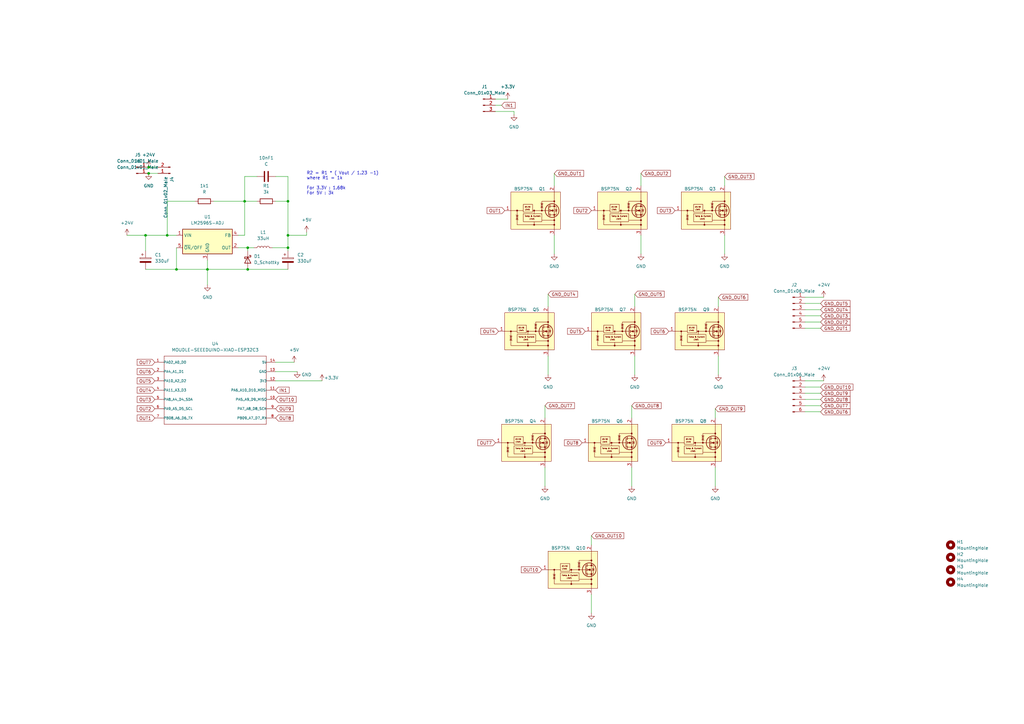
<source format=kicad_sch>
(kicad_sch (version 20211123) (generator eeschema)
  (paper "A3")
  (lib_symbols
    (symbol "Connector:Conn_01x01_Male" (pin_names (offset 1.016) hide)
      (property "Reference" "J" (at 0 2.54 0))
      (property "Value" "Conn_01x01_Male" (at 0 -2.54 0))
      (symbol "Conn_01x01_Male_1_1"
        (polyline (pts (xy 1.27 0) (xy 0.8636 0)) (stroke (width 0.1524)))
        (rectangle (start 0.8636 0.127) (end 0 -0.127) (stroke (width 0.1524)) (fill (type outline)))
        (pin passive line (at 5.08 0 180) (length 3.81) (name "Pin_1") (number "1"))
      )
    )
    (symbol "Connector:Conn_01x02_Male" (pin_names (offset 1.016) hide)
      (property "Reference" "J" (at 0 2.54 0))
      (property "Value" "Conn_01x02_Male" (at 0 -5.08 0))
      (symbol "Conn_01x02_Male_1_1"
        (polyline (pts (xy 1.27 -2.54) (xy 0.8636 -2.54)) (stroke (width 0.1524)))
        (polyline (pts (xy 1.27 0) (xy 0.8636 0)) (stroke (width 0.1524)))
        (rectangle (start 0.8636 -2.413) (end 0 -2.667) (stroke (width 0.1524)) (fill (type outline)))
        (rectangle (start 0.8636 0.127) (end 0 -0.127) (stroke (width 0.1524)) (fill (type outline)))
        (pin passive line (at 5.08 0 180) (length 3.81) (name "Pin_1") (number "1"))
        (pin passive line (at 5.08 -2.54 180) (length 3.81) (name "Pin_2") (number "2"))
      )
    )
    (symbol "Connector:Conn_01x03_Male" (pin_names (offset 1.016) hide)
      (property "Reference" "J" (at 0 5.08 0))
      (property "Value" "Conn_01x03_Male" (at 0 -5.08 0))
      (symbol "Conn_01x03_Male_1_1"
        (polyline (pts (xy 1.27 -2.54) (xy 0.8636 -2.54)) (stroke (width 0.1524)))
        (polyline (pts (xy 1.27 0) (xy 0.8636 0)) (stroke (width 0.1524)))
        (polyline (pts (xy 1.27 2.54) (xy 0.8636 2.54)) (stroke (width 0.1524)))
        (rectangle (start 0.8636 -2.413) (end 0 -2.667) (stroke (width 0.1524)) (fill (type outline)))
        (rectangle (start 0.8636 0.127) (end 0 -0.127) (stroke (width 0.1524)) (fill (type outline)))
        (rectangle (start 0.8636 2.667) (end 0 2.413) (stroke (width 0.1524)) (fill (type outline)))
        (pin passive line (at 5.08 2.54 180) (length 3.81) (name "Pin_1") (number "1"))
        (pin passive line (at 5.08 0 180) (length 3.81) (name "Pin_2") (number "2"))
        (pin passive line (at 5.08 -2.54 180) (length 3.81) (name "Pin_3") (number "3"))
      )
    )
    (symbol "Connector:Conn_01x06_Male" (pin_names (offset 1.016) hide)
      (property "Reference" "J" (at 0 7.62 0))
      (property "Value" "Conn_01x06_Male" (at 0 -10.16 0))
      (symbol "Conn_01x06_Male_1_1"
        (polyline (pts (xy 1.27 -7.62) (xy 0.8636 -7.62)) (stroke (width 0.1524)))
        (polyline (pts (xy 1.27 -5.08) (xy 0.8636 -5.08)) (stroke (width 0.1524)))
        (polyline (pts (xy 1.27 -2.54) (xy 0.8636 -2.54)) (stroke (width 0.1524)))
        (polyline (pts (xy 1.27 0) (xy 0.8636 0)) (stroke (width 0.1524)))
        (polyline (pts (xy 1.27 2.54) (xy 0.8636 2.54)) (stroke (width 0.1524)))
        (polyline (pts (xy 1.27 5.08) (xy 0.8636 5.08)) (stroke (width 0.1524)))
        (rectangle (start 0.8636 -7.493) (end 0 -7.747) (stroke (width 0.1524)) (fill (type outline)))
        (rectangle (start 0.8636 -4.953) (end 0 -5.207) (stroke (width 0.1524)) (fill (type outline)))
        (rectangle (start 0.8636 -2.413) (end 0 -2.667) (stroke (width 0.1524)) (fill (type outline)))
        (rectangle (start 0.8636 0.127) (end 0 -0.127) (stroke (width 0.1524)) (fill (type outline)))
        (rectangle (start 0.8636 2.667) (end 0 2.413) (stroke (width 0.1524)) (fill (type outline)))
        (rectangle (start 0.8636 5.207) (end 0 4.953) (stroke (width 0.1524)) (fill (type outline)))
        (pin passive line (at 5.08 5.08 180) (length 3.81) (name "Pin_1") (number "1"))
        (pin passive line (at 5.08 2.54 180) (length 3.81) (name "Pin_2") (number "2"))
        (pin passive line (at 5.08 0 180) (length 3.81) (name "Pin_3") (number "3"))
        (pin passive line (at 5.08 -2.54 180) (length 3.81) (name "Pin_4") (number "4"))
        (pin passive line (at 5.08 -5.08 180) (length 3.81) (name "Pin_5") (number "5"))
        (pin passive line (at 5.08 -7.62 180) (length 3.81) (name "Pin_6") (number "6"))
      )
    )
    (symbol "Device:C" (pin_numbers hide) (pin_names (offset 0.254))
      (property "Reference" "C" (at 0.635 2.54 0))
      (property "Value" "C" (at 0.635 -2.54 0))
      (symbol "C_0_1"
        (polyline (pts (xy -2.032 -0.762) (xy 2.032 -0.762)) (stroke (width 0.508)))
        (polyline (pts (xy -2.032 0.762) (xy 2.032 0.762)) (stroke (width 0.508)))
      )
      (symbol "C_1_1"
        (pin passive line (at 0 3.81 270) (length 2.794) (name "~") (number "1"))
        (pin passive line (at 0 -3.81 90) (length 2.794) (name "~") (number "2"))
      )
    )
    (symbol "Device:C_Polarized" (pin_numbers hide) (pin_names (offset 0.254))
      (property "Reference" "C" (at 0.635 2.54 0))
      (property "Value" "C_Polarized" (at 0.635 -2.54 0))
      (symbol "C_Polarized_0_1"
        (rectangle (start -2.286 0.508) (end 2.286 1.016))
        (polyline (pts (xy -1.778 2.286) (xy -0.762 2.286)))
        (polyline (pts (xy -1.27 2.794) (xy -1.27 1.778)))
        (rectangle (start 2.286 -0.508) (end -2.286 -1.016) (fill (type outline)))
      )
      (symbol "C_Polarized_1_1"
        (pin passive line (at 0 3.81 270) (length 2.794) (name "~") (number "1"))
        (pin passive line (at 0 -3.81 90) (length 2.794) (name "~") (number "2"))
      )
    )
    (symbol "Device:D_Schottky" (pin_numbers hide) (pin_names (offset 1.016) hide)
      (property "Reference" "D" (at 0 2.54 0))
      (property "Value" "D_Schottky" (at 0 -2.54 0))
      (symbol "D_Schottky_0_1"
        (polyline (pts (xy 1.27 0) (xy -1.27 0)))
        (polyline (pts (xy 1.27 1.27) (xy 1.27 -1.27) (xy -1.27 0) (xy 1.27 1.27)) (stroke (width 0.254)))
        (polyline (pts (xy -1.905 0.635) (xy -1.905 1.27) (xy -1.27 1.27) (xy -1.27 -1.27) (xy -0.635 -1.27) (xy -0.635 -0.635)) (stroke (width 0.254)))
      )
      (symbol "D_Schottky_1_1"
        (pin passive line (at -3.81 0 0) (length 2.54) (name "K") (number "1"))
        (pin passive line (at 3.81 0 180) (length 2.54) (name "A") (number "2"))
      )
    )
    (symbol "Device:L" (pin_numbers hide) (pin_names (offset 1.016) hide)
      (property "Reference" "L" (at -1.27 0 90))
      (property "Value" "L" (at 1.905 0 90))
      (symbol "L_0_1"
        (arc (start 0 -2.54) (mid 0.635 -1.905) (end 0 -1.27))
        (arc (start 0 -1.27) (mid 0.635 -0.635) (end 0 0))
        (arc (start 0 0) (mid 0.635 0.635) (end 0 1.27))
        (arc (start 0 1.27) (mid 0.635 1.905) (end 0 2.54))
      )
      (symbol "L_1_1"
        (pin passive line (at 0 3.81 270) (length 1.27) (name "1") (number "1"))
        (pin passive line (at 0 -3.81 90) (length 1.27) (name "2") (number "2"))
      )
    )
    (symbol "Device:R" (pin_numbers hide) (pin_names (offset 0))
      (property "Reference" "R" (at 2.032 0 90))
      (property "Value" "R" (at 0 0 90))
      (symbol "R_0_1"
        (rectangle (start -1.016 -2.54) (end 1.016 2.54) (stroke (width 0.254)))
      )
      (symbol "R_1_1"
        (pin passive line (at 0 3.81 270) (length 1.27) (name "~") (number "1"))
        (pin passive line (at 0 -3.81 90) (length 1.27) (name "~") (number "2"))
      )
    )
    (symbol "Driver_FET:BSP75N" (pin_names (offset 0) hide)
      (property "Reference" "Q" (at 5.08 8.89 0))
      (property "Value" "BSP75N" (at -10.16 8.89 0))
      (symbol "BSP75N_0_0"
        (rectangle (start -10.16 7.62) (end 10.16 -7.62) (fill (type background)))
        (polyline (pts (xy 7.62 2.54) (xy 7.62 -7.62)))
        (polyline (pts (xy 7.62 2.54) (xy 7.62 7.62)))
        (polyline (pts (xy -0.635 -1.27) (xy -0.635 -0.635) (xy -0.635 0)))
        (polyline (pts (xy 2.54 0) (xy 2.54 3.81) (xy 7.62 3.81)))
        (polyline (pts (xy 7.62 -5.842) (xy -0.635 -5.842) (xy -0.635 -4.572)))
        (polyline (pts (xy -0.635 -5.842) (xy -7.62 -5.842) (xy -7.62 0) (xy -5.08 0)))
        (text "Limit" (at -1.524 -3.429 0) (effects (font (size 0.5334 0.5334))))
        (text "Temp & Current" (at -1.27 -2.286 0) (effects (font (size 0.5334 0.5334))))
      )
      (symbol "BSP75N_0_1"
        (rectangle (start -5.08 -1.27) (end 2.54 -4.572))
        (polyline (pts (xy -7.62 0) (xy -10.16 0)))
        (polyline (pts (xy 7.62 -3.937) (xy 2.667 -3.937)))
      )
      (symbol "BSP75N_1_1"
        (circle (center -7.62 0) (radius 0.2794) (fill (type outline)))
        (rectangle (start -5.08 2.54) (end -1.27 -0.635))
        (circle (center -0.635 -5.842) (radius 0.2794) (fill (type outline)))
        (circle (center -0.635 0) (radius 0.2794) (fill (type outline)))
        (polyline (pts (xy 2.54 0) (xy -1.27 0)))
        (polyline (pts (xy 2.54 0) (xy 5.334 0)))
        (polyline (pts (xy 5.842 -1.778) (xy 7.62 -1.778)))
        (polyline (pts (xy 5.842 -1.27) (xy 5.842 -2.286)) (stroke (width 0.254)))
        (polyline (pts (xy 5.842 0) (xy 7.62 0)))
        (polyline (pts (xy 5.842 0.508) (xy 5.842 -0.508)) (stroke (width 0.254)))
        (polyline (pts (xy 5.842 1.778) (xy 7.62 1.778)))
        (polyline (pts (xy 5.842 2.286) (xy 5.842 1.27)) (stroke (width 0.254)))
        (polyline (pts (xy 7.62 -1.778) (xy 7.62 -2.54)))
        (polyline (pts (xy 7.62 -1.778) (xy 7.62 0)))
        (polyline (pts (xy 7.62 2.54) (xy 7.62 1.778)))
        (polyline (pts (xy 5.334 1.905) (xy 5.334 -1.905) (xy 5.334 -1.905)) (stroke (width 0.254)))
        (polyline (pts (xy -8.128 -1.778) (xy -8.001 -1.905) (xy -7.239 -1.905) (xy -7.112 -2.032)))
        (polyline (pts (xy -7.62 -3.683) (xy -7.239 -3.048) (xy -8.001 -3.048) (xy -7.62 -3.683)))
        (polyline (pts (xy -7.62 -1.905) (xy -8.001 -2.54) (xy -7.239 -2.54) (xy -7.62 -1.905)))
        (polyline (pts (xy -7.112 -3.81) (xy -7.239 -3.683) (xy -8.001 -3.683) (xy -8.128 -3.556)))
        (polyline (pts (xy 2.032 3.048) (xy 2.159 2.921) (xy 2.921 2.921) (xy 3.048 2.794)))
        (polyline (pts (xy 2.54 1.143) (xy 2.921 1.778) (xy 2.159 1.778) (xy 2.54 1.143)))
        (polyline (pts (xy 2.54 2.921) (xy 2.159 2.286) (xy 2.921 2.286) (xy 2.54 2.921)))
        (polyline (pts (xy 3.048 1.016) (xy 2.921 1.143) (xy 2.159 1.143) (xy 2.032 1.27)))
        (polyline (pts (xy 6.096 0) (xy 7.112 0.381) (xy 7.112 -0.381) (xy 6.096 0)) (fill (type outline)))
        (polyline (pts (xy 7.62 -1.778) (xy 8.382 -1.778) (xy 8.382 1.778) (xy 7.62 1.778)))
        (polyline (pts (xy 7.874 0.508) (xy 8.001 0.381) (xy 8.763 0.381) (xy 8.89 0.254)))
        (polyline (pts (xy 8.382 0.381) (xy 8.001 -0.254) (xy 8.763 -0.254) (xy 8.382 0.381)))
        (circle (center 2.54 0) (radius 0.2794) (fill (type outline)))
        (circle (center 6.731 0) (radius 2.8194) (stroke (width 0.254)))
        (circle (center 7.62 -5.842) (radius 0.2794) (fill (type outline)))
        (circle (center 7.62 -3.937) (radius 0.2794) (fill (type outline)))
        (circle (center 7.62 -1.778) (radius 0.2794) (fill (type outline)))
        (circle (center 7.62 1.778) (radius 0.2794) (fill (type outline)))
        (circle (center 7.62 3.81) (radius 0.2794) (fill (type outline)))
        (text "dV/dt" (at -3.302 1.524 0) (effects (font (size 0.5334 0.5334))))
        (text "Limit" (at -3.429 0.381 0) (effects (font (size 0.5334 0.5334))))
        (pin input line (at -12.7 0 0) (length 2.54) (name "G") (number "1"))
        (pin passive line (at 7.62 10.16 270) (length 2.54) (name "D") (number "2"))
        (pin passive line (at 7.62 -10.16 90) (length 2.54) (name "S") (number "3"))
        (pin passive line (at 7.62 -10.16 90) (length 2.54) hide (name "S") (number "4"))
      )
    )
    (symbol "Mechanical:MountingHole" (pin_names (offset 1.016))
      (property "Reference" "H" (at 0 5.08 0))
      (property "Value" "MountingHole" (at 0 3.175 0))
      (symbol "MountingHole_0_1"
        (circle (center 0 0) (radius 1.27) (stroke (width 1.27)))
      )
    )
    (symbol "Project:MOUDLE-SEEEDUINO-XIAO-ESP32C3" (pin_names (offset 1.016))
      (property "Reference" "U" (at -21.59 15.24 0))
      (property "Value" "MOUDLE-SEEEDUINO-XIAO-ESP32C3" (at -21.59 13.97 0))
      (symbol "MOUDLE-SEEEDUINO-XIAO-ESP32C3_0_0"
        (polyline (pts (xy -21.59 -13.97) (xy -21.59 0)) (stroke (width 0.1524)))
        (polyline (pts (xy -21.59 -11.43) (xy -22.86 -11.43)) (stroke (width 0.1524)))
        (polyline (pts (xy -21.59 -7.62) (xy -22.86 -7.62)) (stroke (width 0.1524)))
        (polyline (pts (xy -21.59 -3.81) (xy -22.86 -3.81)) (stroke (width 0.1524)))
        (polyline (pts (xy -21.59 0) (xy -22.86 0)) (stroke (width 0.1524)))
        (polyline (pts (xy -21.59 0) (xy -21.59 3.81)) (stroke (width 0.1524)))
        (polyline (pts (xy -21.59 3.81) (xy -22.86 3.81)) (stroke (width 0.1524)))
        (polyline (pts (xy -21.59 3.81) (xy -21.59 7.62)) (stroke (width 0.1524)))
        (polyline (pts (xy -21.59 7.62) (xy -22.86 7.62)) (stroke (width 0.1524)))
        (polyline (pts (xy -21.59 7.62) (xy -21.59 11.43)) (stroke (width 0.1524)))
        (polyline (pts (xy -21.59 11.43) (xy -22.86 11.43)) (stroke (width 0.1524)))
        (polyline (pts (xy -21.59 11.43) (xy -21.59 13.97)) (stroke (width 0.1524)))
        (polyline (pts (xy -21.59 13.97) (xy 20.32 13.97)) (stroke (width 0.1524)))
        (polyline (pts (xy 20.32 -13.97) (xy -21.59 -13.97)) (stroke (width 0.1524)))
        (polyline (pts (xy 20.32 3.81) (xy 20.32 -13.97)) (stroke (width 0.1524)))
        (polyline (pts (xy 20.32 7.62) (xy 20.32 3.81)) (stroke (width 0.1524)))
        (polyline (pts (xy 20.32 11.43) (xy 20.32 7.62)) (stroke (width 0.1524)))
        (polyline (pts (xy 20.32 13.97) (xy 20.32 11.43)) (stroke (width 0.1524)))
        (polyline (pts (xy 21.59 -11.43) (xy 20.32 -11.43)) (stroke (width 0.1524)))
        (polyline (pts (xy 21.59 -7.62) (xy 20.32 -7.62)) (stroke (width 0.1524)))
        (polyline (pts (xy 21.59 -3.81) (xy 20.32 -3.81)) (stroke (width 0.1524)))
        (polyline (pts (xy 21.59 0) (xy 20.32 0)) (stroke (width 0.1524)))
        (polyline (pts (xy 21.59 3.81) (xy 20.32 3.81)) (stroke (width 0.1524)))
        (polyline (pts (xy 21.59 7.62) (xy 20.32 7.62)) (stroke (width 0.1524)))
        (polyline (pts (xy 21.59 11.43) (xy 20.32 11.43)) (stroke (width 0.1524)))
        (pin bidirectional line (at -25.4 11.43 0) (length 2.54) (name "PA02_A0_D0") (number "1"))
        (pin bidirectional line (at 24.13 -3.81 180) (length 2.54) (name "PA5_A9_D9_MISO") (number "10"))
        (pin bidirectional line (at 24.13 0 180) (length 2.54) (name "PA6_A10_D10_MOSI") (number "11"))
        (pin bidirectional line (at 24.13 3.81 180) (length 2.54) (name "3V3") (number "12"))
        (pin bidirectional line (at 24.13 7.62 180) (length 2.54) (name "GND") (number "13"))
        (pin bidirectional line (at 24.13 11.43 180) (length 2.54) (name "5V") (number "14"))
        (pin bidirectional line (at -25.4 7.62 0) (length 2.54) (name "PA4_A1_D1") (number "2"))
        (pin bidirectional line (at -25.4 3.81 0) (length 2.54) (name "PA10_A2_D2") (number "3"))
        (pin bidirectional line (at -25.4 0 0) (length 2.54) (name "PA11_A3_D3") (number "4"))
        (pin bidirectional line (at -25.4 -3.81 0) (length 2.54) (name "PA8_A4_D4_SDA") (number "5"))
        (pin bidirectional line (at -25.4 -7.62 0) (length 2.54) (name "PA9_A5_D5_SCL") (number "6"))
        (pin bidirectional line (at -25.4 -11.43 0) (length 2.54) (name "PB08_A6_D6_TX") (number "7"))
        (pin bidirectional line (at 24.13 -11.43 180) (length 2.54) (name "PB09_A7_D7_RX") (number "8"))
        (pin bidirectional line (at 24.13 -7.62 180) (length 2.54) (name "PA7_A8_D8_SCK") (number "9"))
      )
    )
    (symbol "Regulator_Switching:LM2596S-ADJ"
      (property "Reference" "U" (at -10.16 6.35 0))
      (property "Value" "LM2596S-ADJ" (at 0 6.35 0))
      (symbol "LM2596S-ADJ_0_1"
        (rectangle (start -10.16 5.08) (end 10.16 -5.08) (stroke (width 0.254)) (fill (type background)))
      )
      (symbol "LM2596S-ADJ_1_1"
        (pin power_in line (at -12.7 2.54 0) (length 2.54) (name "VIN") (number "1"))
        (pin output line (at 12.7 -2.54 180) (length 2.54) (name "OUT") (number "2"))
        (pin power_in line (at 0 -7.62 90) (length 2.54) (name "GND") (number "3"))
        (pin input line (at 12.7 2.54 180) (length 2.54) (name "FB") (number "4"))
        (pin input line (at -12.7 -2.54 0) (length 2.54) (name "~{ON}/OFF") (number "5"))
      )
    )
    (symbol "power:+24V" (power) (pin_names (offset 0))
      (property "Value" "+24V" (at 0 3.556 0))
      (symbol "+24V_0_1"
        (polyline (pts (xy -0.762 1.27) (xy 0 2.54)))
        (polyline (pts (xy 0 0) (xy 0 2.54)))
        (polyline (pts (xy 0 2.54) (xy 0.762 1.27)))
      )
      (symbol "+24V_1_1"
        (pin power_in line (at 0 0 90) (length 0) hide (name "+24V") (number "1"))
      )
    )
    (symbol "power:+3.3V" (power) (pin_names (offset 0))
      (property "Value" "+3.3V" (at 0 3.556 0))
      (symbol "+3.3V_0_1"
        (polyline (pts (xy -0.762 1.27) (xy 0 2.54)))
        (polyline (pts (xy 0 0) (xy 0 2.54)))
        (polyline (pts (xy 0 2.54) (xy 0.762 1.27)))
      )
      (symbol "+3.3V_1_1"
        (pin power_in line (at 0 0 90) (length 0) hide (name "+3.3V") (number "1"))
      )
    )
    (symbol "power:+5V" (power) (pin_names (offset 0))
      (property "Value" "+5V" (at 0 3.556 0))
      (symbol "+5V_0_1"
        (polyline (pts (xy -0.762 1.27) (xy 0 2.54)))
        (polyline (pts (xy 0 0) (xy 0 2.54)))
        (polyline (pts (xy 0 2.54) (xy 0.762 1.27)))
      )
      (symbol "+5V_1_1"
        (pin power_in line (at 0 0 90) (length 0) hide (name "+5V") (number "1"))
      )
    )
    (symbol "power:GND" (power) (pin_names (offset 0))
      (property "Value" "GND" (at 0 -3.81 0))
      (symbol "GND_0_1"
        (polyline (pts (xy 0 0) (xy 0 -1.27) (xy 1.27 -1.27) (xy 0 -2.54) (xy -1.27 -1.27) (xy 0 -1.27)))
      )
      (symbol "GND_1_1"
        (pin power_in line (at 0 0 270) (length 0) hide (name "GND") (number "1"))
      )
    )
  )
  (junction (at 118.11 96.52))
  (junction (at 59.69 96.52))
  (junction (at 60.96 68.58))
  (junction (at 68.58 96.52))
  (junction (at 101.6 110.49))
  (junction (at 85.09 110.49))
  (junction (at 72.39 110.49))
  (junction (at 118.11 101.6))
  (junction (at 118.11 82.55))
  (junction (at 60.96 71.12))
  (junction (at 100.33 82.55))
  (junction (at 101.6 101.6))
  (wire (pts (xy 105.41 72.39) (xy 100.33 72.39)))
  (wire (pts (xy 203.2 45.72) (xy 210.82 45.72)))
  (wire (pts (xy 224.79 120.65) (xy 224.79 125.73)))
  (wire (pts (xy 118.11 82.55) (xy 118.11 96.52)))
  (wire (pts (xy 113.03 82.55) (xy 118.11 82.55)))
  (wire (pts (xy 68.58 82.55) (xy 80.01 82.55)))
  (wire (pts (xy 72.39 101.6) (xy 72.39 110.49)))
  (wire (pts (xy 203.2 43.18) (xy 205.74 43.18)))
  (wire (pts (xy 101.6 110.49) (xy 118.11 110.49)))
  (wire (pts (xy 118.11 72.39) (xy 118.11 82.55)))
  (wire (pts (xy 330.2 129.54) (xy 336.55 129.54)))
  (wire (pts (xy 111.76 101.6) (xy 118.11 101.6)))
  (wire (pts (xy 118.11 101.6) (xy 118.11 102.87)))
  (wire (pts (xy 113.03 156.21) (xy 132.08 156.21)))
  (wire (pts (xy 85.09 110.49) (xy 101.6 110.49)))
  (wire (pts (xy 294.64 146.05) (xy 294.64 153.67)))
  (wire (pts (xy 118.11 96.52) (xy 125.73 96.52)))
  (wire (pts (xy 223.52 191.77) (xy 223.52 199.39)))
  (wire (pts (xy 87.63 82.55) (xy 100.33 82.55)))
  (wire (pts (xy 259.08 191.77) (xy 259.08 199.39)))
  (wire (pts (xy 330.2 163.83) (xy 336.55 163.83)))
  (wire (pts (xy 59.69 96.52) (xy 68.58 96.52)))
  (wire (pts (xy 85.09 110.49) (xy 85.09 116.84)))
  (wire (pts (xy 330.2 166.37) (xy 336.55 166.37)))
  (wire (pts (xy 330.2 158.75) (xy 336.55 158.75)))
  (wire (pts (xy 297.18 72.39) (xy 297.18 76.2)))
  (wire (pts (xy 330.2 127) (xy 336.55 127)))
  (wire (pts (xy 330.2 161.29) (xy 336.55 161.29)))
  (wire (pts (xy 223.52 166.37) (xy 223.52 171.45)))
  (wire (pts (xy 59.69 110.49) (xy 72.39 110.49)))
  (wire (pts (xy 242.57 243.84) (xy 242.57 251.46)))
  (wire (pts (xy 59.69 102.87) (xy 59.69 96.52)))
  (wire (pts (xy 210.82 45.72) (xy 210.82 46.99)))
  (wire (pts (xy 118.11 96.52) (xy 118.11 101.6)))
  (wire (pts (xy 260.35 120.65) (xy 260.35 125.73)))
  (wire (pts (xy 85.09 110.49) (xy 85.09 106.68)))
  (wire (pts (xy 113.03 72.39) (xy 118.11 72.39)))
  (wire (pts (xy 72.39 110.49) (xy 85.09 110.49)))
  (wire (pts (xy 203.2 40.64) (xy 208.28 40.64)))
  (wire (pts (xy 101.6 101.6) (xy 101.6 102.87)))
  (wire (pts (xy 101.6 101.6) (xy 104.14 101.6)))
  (wire (pts (xy 293.37 167.64) (xy 293.37 171.45)))
  (wire (pts (xy 100.33 72.39) (xy 100.33 82.55)))
  (wire (pts (xy 100.33 82.55) (xy 100.33 96.52)))
  (wire (pts (xy 330.2 168.91) (xy 336.55 168.91)))
  (wire (pts (xy 60.96 71.12) (xy 64.77 71.12)))
  (wire (pts (xy 227.33 96.52) (xy 227.33 104.14)))
  (wire (pts (xy 100.33 82.55) (xy 105.41 82.55)))
  (wire (pts (xy 125.73 96.52) (xy 125.73 95.25)))
  (wire (pts (xy 113.03 148.59) (xy 120.65 148.59)))
  (wire (pts (xy 262.89 71.12) (xy 262.89 76.2)))
  (wire (pts (xy 297.18 96.52) (xy 297.18 104.14)))
  (wire (pts (xy 97.79 101.6) (xy 101.6 101.6)))
  (wire (pts (xy 113.03 152.4) (xy 121.92 152.4)))
  (wire (pts (xy 330.2 124.46) (xy 336.55 124.46)))
  (wire (pts (xy 259.08 166.37) (xy 259.08 171.45)))
  (wire (pts (xy 68.58 96.52) (xy 68.58 82.55)))
  (wire (pts (xy 52.07 96.52) (xy 59.69 96.52)))
  (wire (pts (xy 68.58 96.52) (xy 72.39 96.52)))
  (wire (pts (xy 262.89 96.52) (xy 262.89 104.14)))
  (wire (pts (xy 97.79 96.52) (xy 100.33 96.52)))
  (wire (pts (xy 224.79 146.05) (xy 224.79 153.67)))
  (wire (pts (xy 227.33 71.12) (xy 227.33 76.2)))
  (wire (pts (xy 242.57 219.71) (xy 242.57 223.52)))
  (wire (pts (xy 294.64 121.92) (xy 294.64 125.73)))
  (wire (pts (xy 260.35 146.05) (xy 260.35 153.67)))
  (wire (pts (xy 60.96 68.58) (xy 64.77 68.58)))
  (wire (pts (xy 330.2 156.21) (xy 337.82 156.21)))
  (wire (pts (xy 293.37 191.77) (xy 293.37 199.39)))
  (wire (pts (xy 330.2 132.08) (xy 336.55 132.08)))
  (wire (pts (xy 330.2 134.62) (xy 336.55 134.62)))
  (wire (pts (xy 330.2 121.92) (xy 337.82 121.92)))
  (text "R2 = R1 * ( Vout / 1.23 -1)\nwhere R1 = 1k\n\nFor 3.3V : 1.68k\nFor 5V : 3k" (at 125.73 80.01 0) (effects (font (size 1.27 1.27)) (justify left bottom)))
  (global_label "OUT8" (shape input) (at 113.03 171.45 0) (property "Intersheet References" "${INTERSHEET_REFS}" (effects hide)))
  (global_label "OUT5" (shape input) (at 63.5 156.21 180) (property "Intersheet References" "${INTERSHEET_REFS}" (effects hide)))
  (global_label "OUT4" (shape input) (at 204.47 135.89 180) (property "Intersheet References" "${INTERSHEET_REFS}" (effects hide)))
  (global_label "GND_OUT2" (shape input) (at 336.55 132.08 0) (property "Intersheet References" "${INTERSHEET_REFS}" (effects hide)))
  (global_label "OUT2" (shape input) (at 242.57 86.36 180) (property "Intersheet References" "${INTERSHEET_REFS}" (effects hide)))
  (global_label "OUT3" (shape input) (at 63.5 163.83 180) (property "Intersheet References" "${INTERSHEET_REFS}" (effects hide)))
  (global_label "OUT10" (shape input) (at 222.25 233.68 180) (property "Intersheet References" "${INTERSHEET_REFS}" (effects hide)))
  (global_label "GND_OUT10" (shape input) (at 242.57 219.71 0) (property "Intersheet References" "${INTERSHEET_REFS}" (effects hide)))
  (global_label "OUT7" (shape input) (at 63.5 148.59 180) (property "Intersheet References" "${INTERSHEET_REFS}" (effects hide)))
  (global_label "OUT6" (shape input) (at 63.5 152.4 180) (property "Intersheet References" "${INTERSHEET_REFS}" (effects hide)))
  (global_label "GND_OUT10" (shape input) (at 336.55 158.75 0) (property "Intersheet References" "${INTERSHEET_REFS}" (effects hide)))
  (global_label "OUT2" (shape input) (at 63.5 167.64 180) (property "Intersheet References" "${INTERSHEET_REFS}" (effects hide)))
  (global_label "OUT1" (shape input) (at 63.5 171.45 180) (property "Intersheet References" "${INTERSHEET_REFS}" (effects hide)))
  (global_label "GND_OUT2" (shape input) (at 262.89 71.12 0) (property "Intersheet References" "${INTERSHEET_REFS}" (effects hide)))
  (global_label "GND_OUT8" (shape input) (at 259.08 166.37 0) (property "Intersheet References" "${INTERSHEET_REFS}" (effects hide)))
  (global_label "GND_OUT3" (shape input) (at 336.55 129.54 0) (property "Intersheet References" "${INTERSHEET_REFS}" (effects hide)))
  (global_label "GND_OUT1" (shape input) (at 227.33 71.12 0) (property "Intersheet References" "${INTERSHEET_REFS}" (effects hide)))
  (global_label "GND_OUT5" (shape input) (at 260.35 120.65 0) (property "Intersheet References" "${INTERSHEET_REFS}" (effects hide)))
  (global_label "OUT1" (shape input) (at 207.01 86.36 180) (property "Intersheet References" "${INTERSHEET_REFS}" (effects hide)))
  (global_label "GND_OUT7" (shape input) (at 223.52 166.37 0) (property "Intersheet References" "${INTERSHEET_REFS}" (effects hide)))
  (global_label "GND_OUT9" (shape input) (at 293.37 167.64 0) (property "Intersheet References" "${INTERSHEET_REFS}" (effects hide)))
  (global_label "OUT8" (shape input) (at 238.76 181.61 180) (property "Intersheet References" "${INTERSHEET_REFS}" (effects hide)))
  (global_label "OUT7" (shape input) (at 203.2 181.61 180) (property "Intersheet References" "${INTERSHEET_REFS}" (effects hide)))
  (global_label "OUT3" (shape input) (at 276.86 86.36 180) (property "Intersheet References" "${INTERSHEET_REFS}" (effects hide)))
  (global_label "OUT5" (shape input) (at 240.03 135.89 180) (property "Intersheet References" "${INTERSHEET_REFS}" (effects hide)))
  (global_label "IN1" (shape input) (at 113.03 160.02 0) (property "Intersheet References" "${INTERSHEET_REFS}" (effects hide)))
  (global_label "GND_OUT3" (shape input) (at 297.18 72.39 0) (property "Intersheet References" "${INTERSHEET_REFS}" (effects hide)))
  (global_label "GND_OUT1" (shape input) (at 336.55 134.62 0) (property "Intersheet References" "${INTERSHEET_REFS}" (effects hide)))
  (global_label "OUT9" (shape input) (at 273.05 181.61 180) (property "Intersheet References" "${INTERSHEET_REFS}" (effects hide)))
  (global_label "GND_OUT5" (shape input) (at 336.55 124.46 0) (property "Intersheet References" "${INTERSHEET_REFS}" (effects hide)))
  (global_label "IN1" (shape input) (at 205.74 43.18 0) (property "Intersheet References" "${INTERSHEET_REFS}" (effects hide)))
  (global_label "GND_OUT7" (shape input) (at 336.55 166.37 0) (property "Intersheet References" "${INTERSHEET_REFS}" (effects hide)))
  (global_label "GND_OUT6" (shape input) (at 336.55 168.91 0) (property "Intersheet References" "${INTERSHEET_REFS}" (effects hide)))
  (global_label "GND_OUT8" (shape input) (at 336.55 163.83 0) (property "Intersheet References" "${INTERSHEET_REFS}" (effects hide)))
  (global_label "OUT9" (shape input) (at 113.03 167.64 0) (property "Intersheet References" "${INTERSHEET_REFS}" (effects hide)))
  (global_label "OUT6" (shape input) (at 274.32 135.89 180) (property "Intersheet References" "${INTERSHEET_REFS}" (effects hide)))
  (global_label "OUT10" (shape input) (at 113.03 163.83 0) (property "Intersheet References" "${INTERSHEET_REFS}" (effects hide)))
  (global_label "GND_OUT6" (shape input) (at 294.64 121.92 0) (property "Intersheet References" "${INTERSHEET_REFS}" (effects hide)))
  (global_label "GND_OUT4" (shape input) (at 336.55 127 0) (property "Intersheet References" "${INTERSHEET_REFS}" (effects hide)))
  (global_label "OUT4" (shape input) (at 63.5 160.02 180) (property "Intersheet References" "${INTERSHEET_REFS}" (effects hide)))
  (global_label "GND_OUT9" (shape input) (at 336.55 161.29 0) (property "Intersheet References" "${INTERSHEET_REFS}" (effects hide)))
  (global_label "GND_OUT4" (shape input) (at 224.79 120.65 0) (property "Intersheet References" "${INTERSHEET_REFS}" (effects hide)))
  (symbol (lib_id "Device:L") (at 107.95 101.6 90) (unit 1)
    (property "Reference" "L1" (at 107.95 95.25 90))
    (property "Value" "33uH" (at 107.95 97.79 90))
    (property "Footprint" "Capacitor_SMD:CP_Elec_8x6.7" (effects hide))
  )
  (symbol (lib_id "Driver_FET:BSP75N") (at 217.17 135.89 0) (unit 1)
    (property "Reference" "Q5" (at 218.44 127 0) (effects (justify left)))
    (property "Value" "BSP75N" (at 208.28 127 0) (effects (justify left)))
    (property "Footprint" "Package_TO_SOT_SMD:SOT-223" (effects hide))
    (property "Datasheet" "https://www.infineon.com/dgdl/Infineon-BSP75N-DS-v01_04-en.pdf?fileId=db3a30431ed1d7b2011f471f5a0256d1" (effects hide))
  )
  (symbol (lib_id "Project:MOUDLE-SEEEDUINO-XIAO-ESP32C3") (at 88.9 160.02 0) (unit 1)
    (property "Reference" "U4" (at 88.265 140.97 0))
    (property "Value" "MOUDLE-SEEEDUINO-XIAO-ESP32C3" (at 88.265 143.51 0))
    (property "Footprint" "Project_custom:MOUDLE14P-SMD-2.54-21X17.8MM" (effects hide))
  )
  (symbol (lib_id "Driver_FET:BSP75N") (at 252.73 135.89 0) (unit 1)
    (property "Reference" "Q7" (at 254 127 0) (effects (justify left)))
    (property "Value" "BSP75N" (at 243.84 127 0) (effects (justify left)))
    (property "Footprint" "Package_TO_SOT_SMD:SOT-223" (effects hide))
    (property "Datasheet" "https://www.infineon.com/dgdl/Infineon-BSP75N-DS-v01_04-en.pdf?fileId=db3a30431ed1d7b2011f471f5a0256d1" (effects hide))
  )
  (symbol (lib_id "Driver_FET:BSP75N") (at 234.95 233.68 0) (unit 1)
    (property "Reference" "Q10" (at 236.22 224.79 0) (effects (justify left)))
    (property "Value" "BSP75N" (at 226.06 224.79 0) (effects (justify left)))
    (property "Footprint" "Package_TO_SOT_SMD:SOT-223" (effects hide))
    (property "Datasheet" "https://www.infineon.com/dgdl/Infineon-BSP75N-DS-v01_04-en.pdf?fileId=db3a30431ed1d7b2011f471f5a0256d1" (effects hide))
  )
  (symbol (lib_id "power:GND") (at 85.09 116.84 0) (unit 1)
    (property "Reference" "#PWR0109" (effects hide))
    (property "Value" "GND" (at 85.09 121.92 0))
  )
  (symbol (lib_id "Connector:Conn_01x06_Male") (at 325.12 127 0) (unit 1)
    (property "Reference" "J2" (at 325.755 116.84 0))
    (property "Value" "Conn_01x06_Male" (at 325.755 119.38 0))
    (property "Footprint" "Connector_JST:JST_XH_B6B-XH-A_1x06_P2.50mm_Vertical" (effects hide))
  )
  (symbol (lib_id "power:+24V") (at 60.96 68.58 0) (unit 1)
    (property "Reference" "#PWR0114" (effects hide))
    (property "Value" "+24V" (at 60.96 63.5 0))
  )
  (symbol (lib_id "power:+5V") (at 120.65 148.59 0) (unit 1)
    (property "Reference" "#PWR0111" (effects hide))
    (property "Value" "+5V" (at 120.65 143.51 0))
  )
  (symbol (lib_id "Mechanical:MountingHole") (at 389.89 223.52 0) (unit 1)
    (property "Reference" "H1" (at 392.43 222.2499 0) (effects (justify left)))
    (property "Value" "MountingHole" (at 392.43 224.7899 0) (effects (justify left)))
    (property "Footprint" "MountingHole:MountingHole_3.2mm_M3_ISO7380" (effects hide))
  )
  (symbol (lib_id "Device:C") (at 109.22 72.39 90) (unit 1)
    (property "Reference" "10nF1" (at 109.22 64.77 90))
    (property "Value" "C" (at 109.22 67.31 90))
    (property "Footprint" "Capacitor_SMD:C_0805_2012Metric_Pad1.18x1.45mm_HandSolder" (effects hide))
  )
  (symbol (lib_id "power:GND") (at 297.18 104.14 0) (unit 1)
    (property "Reference" "#PWR0121" (effects hide))
    (property "Value" "GND" (at 297.18 109.22 0))
  )
  (symbol (lib_id "Driver_FET:BSP75N") (at 289.56 86.36 0) (unit 1)
    (property "Reference" "Q3" (at 290.83 77.47 0) (effects (justify left)))
    (property "Value" "BSP75N" (at 280.67 77.47 0) (effects (justify left)))
    (property "Footprint" "Package_TO_SOT_SMD:SOT-223" (effects hide))
    (property "Datasheet" "https://www.infineon.com/dgdl/Infineon-BSP75N-DS-v01_04-en.pdf?fileId=db3a30431ed1d7b2011f471f5a0256d1" (effects hide))
  )
  (symbol (lib_id "Mechanical:MountingHole") (at 389.89 228.6 0) (unit 1)
    (property "Reference" "H2" (at 392.43 227.3299 0) (effects (justify left)))
    (property "Value" "MountingHole" (at 392.43 229.8699 0) (effects (justify left)))
    (property "Footprint" "MountingHole:MountingHole_3.2mm_M3_ISO7380" (effects hide))
  )
  (symbol (lib_id "Connector:Conn_01x06_Male") (at 325.12 161.29 0) (unit 1)
    (property "Reference" "J3" (at 325.755 151.13 0))
    (property "Value" "Conn_01x06_Male" (at 325.755 153.67 0))
    (property "Footprint" "Connector_JST:JST_XH_B6B-XH-A_1x06_P2.50mm_Vertical" (effects hide))
  )
  (symbol (lib_id "Driver_FET:BSP75N") (at 255.27 86.36 0) (unit 1)
    (property "Reference" "Q2" (at 256.54 77.47 0) (effects (justify left)))
    (property "Value" "BSP75N" (at 246.38 77.47 0) (effects (justify left)))
    (property "Footprint" "Package_TO_SOT_SMD:SOT-223" (effects hide))
    (property "Datasheet" "https://www.infineon.com/dgdl/Infineon-BSP75N-DS-v01_04-en.pdf?fileId=db3a30431ed1d7b2011f471f5a0256d1" (effects hide))
  )
  (symbol (lib_id "Driver_FET:BSP75N") (at 285.75 181.61 0) (unit 1)
    (property "Reference" "Q8" (at 287.02 172.72 0) (effects (justify left)))
    (property "Value" "BSP75N" (at 276.86 172.72 0) (effects (justify left)))
    (property "Footprint" "Package_TO_SOT_SMD:SOT-223" (effects hide))
    (property "Datasheet" "https://www.infineon.com/dgdl/Infineon-BSP75N-DS-v01_04-en.pdf?fileId=db3a30431ed1d7b2011f471f5a0256d1" (effects hide))
  )
  (symbol (lib_id "power:+3.3V") (at 132.08 156.21 0) (unit 1)
    (property "Reference" "#PWR0115" (effects hide))
    (property "Value" "+3.3V" (at 135.89 154.94 0))
  )
  (symbol (lib_id "Device:C_Polarized") (at 59.69 106.68 0) (unit 1)
    (property "Reference" "C1" (at 63.5 104.5209 0) (effects (justify left)))
    (property "Value" "330uF" (at 63.5 107.0609 0) (effects (justify left)))
    (property "Footprint" "Capacitor_THT:CP_Radial_D10.0mm_P5.00mm" (effects hide))
  )
  (symbol (lib_id "power:GND") (at 121.92 152.4 0) (unit 1)
    (property "Reference" "#PWR0116" (effects hide))
    (property "Value" "GND" (at 125.73 153.67 0))
  )
  (symbol (lib_id "power:GND") (at 294.64 153.67 0) (unit 1)
    (property "Reference" "#PWR0105" (effects hide))
    (property "Value" "GND" (at 294.64 158.75 0))
  )
  (symbol (lib_id "Device:C_Polarized") (at 118.11 106.68 0) (unit 1)
    (property "Reference" "C2" (at 121.92 104.5209 0) (effects (justify left)))
    (property "Value" "330uF" (at 121.92 107.0609 0) (effects (justify left)))
    (property "Footprint" "Capacitor_THT:CP_Radial_D10.0mm_P5.00mm" (effects hide))
  )
  (symbol (lib_id "Driver_FET:BSP75N") (at 287.02 135.89 0) (unit 1)
    (property "Reference" "Q9" (at 288.29 127 0) (effects (justify left)))
    (property "Value" "BSP75N" (at 278.13 127 0) (effects (justify left)))
    (property "Footprint" "Package_TO_SOT_SMD:SOT-223" (effects hide))
    (property "Datasheet" "https://www.infineon.com/dgdl/Infineon-BSP75N-DS-v01_04-en.pdf?fileId=db3a30431ed1d7b2011f471f5a0256d1" (effects hide))
  )
  (symbol (lib_id "power:GND") (at 259.08 199.39 0) (unit 1)
    (property "Reference" "#PWR0101" (effects hide))
    (property "Value" "GND" (at 259.08 204.47 0))
  )
  (symbol (lib_id "power:GND") (at 224.79 153.67 0) (unit 1)
    (property "Reference" "#PWR0112" (effects hide))
    (property "Value" "GND" (at 224.79 158.75 0))
  )
  (symbol (lib_id "power:GND") (at 60.96 71.12 0) (unit 1)
    (property "Reference" "#PWR0118" (effects hide))
    (property "Value" "GND" (at 60.96 76.2 0))
  )
  (symbol (lib_id "power:GND") (at 260.35 153.67 0) (unit 1)
    (property "Reference" "#PWR0104" (effects hide))
    (property "Value" "GND" (at 260.35 158.75 0))
  )
  (symbol (lib_id "power:+24V") (at 337.82 121.92 0) (unit 1)
    (property "Reference" "#PWR0107" (effects hide))
    (property "Value" "+24V" (at 337.82 116.84 0))
  )
  (symbol (lib_id "Device:D_Schottky") (at 101.6 106.68 270) (unit 1)
    (property "Reference" "D1" (at 104.14 105.0924 90) (effects (justify left)))
    (property "Value" "D_Schottky" (at 104.14 107.6324 90) (effects (justify left)))
    (property "Footprint" "Diode_SMD:Nexperia_CFP3_SOD-123W" (effects hide))
  )
  (symbol (lib_id "power:GND") (at 262.89 104.14 0) (unit 1)
    (property "Reference" "#PWR0120" (effects hide))
    (property "Value" "GND" (at 262.89 109.22 0))
  )
  (symbol (lib_id "power:+5V") (at 125.73 95.25 0) (unit 1)
    (property "Reference" "#PWR0110" (effects hide))
    (property "Value" "+5V" (at 125.73 90.17 0))
  )
  (symbol (lib_id "Driver_FET:BSP75N") (at 215.9 181.61 0) (unit 1)
    (property "Reference" "Q4" (at 217.17 172.72 0) (effects (justify left)))
    (property "Value" "BSP75N" (at 207.01 172.72 0) (effects (justify left)))
    (property "Footprint" "Package_TO_SOT_SMD:SOT-223" (effects hide))
    (property "Datasheet" "https://www.infineon.com/dgdl/Infineon-BSP75N-DS-v01_04-en.pdf?fileId=db3a30431ed1d7b2011f471f5a0256d1" (effects hide))
  )
  (symbol (lib_id "power:+24V") (at 52.07 96.52 0) (unit 1)
    (property "Reference" "#PWR0108" (effects hide))
    (property "Value" "+24V" (at 52.07 91.44 0))
  )
  (symbol (lib_id "power:+3.3V") (at 208.28 40.64 0) (unit 1)
    (property "Reference" "#PWR0124" (effects hide))
    (property "Value" "+3.3V" (at 208.28 35.56 0))
  )
  (symbol (lib_id "Mechanical:MountingHole") (at 389.89 233.68 0) (unit 1)
    (property "Reference" "H3" (at 392.43 232.4099 0) (effects (justify left)))
    (property "Value" "MountingHole" (at 392.43 234.9499 0) (effects (justify left)))
    (property "Footprint" "MountingHole:MountingHole_3.2mm_M3_ISO7380" (effects hide))
  )
  (symbol (lib_id "power:GND") (at 227.33 104.14 0) (unit 1)
    (property "Reference" "#PWR0119" (effects hide))
    (property "Value" "GND" (at 227.33 109.22 0))
  )
  (symbol (lib_id "Mechanical:MountingHole") (at 389.89 238.76 0) (unit 1)
    (property "Reference" "H4" (at 392.43 237.4899 0) (effects (justify left)))
    (property "Value" "MountingHole" (at 392.43 240.0299 0) (effects (justify left)))
    (property "Footprint" "MountingHole:MountingHole_3.2mm_M3_ISO7380" (effects hide))
  )
  (symbol (lib_id "power:GND") (at 210.82 46.99 0) (unit 1)
    (property "Reference" "#PWR0117" (effects hide))
    (property "Value" "GND" (at 210.82 52.07 0))
  )
  (symbol (lib_id "Driver_FET:BSP75N") (at 251.46 181.61 0) (unit 1)
    (property "Reference" "Q6" (at 252.73 172.72 0) (effects (justify left)))
    (property "Value" "BSP75N" (at 242.57 172.72 0) (effects (justify left)))
    (property "Footprint" "Package_TO_SOT_SMD:SOT-223" (effects hide))
    (property "Datasheet" "https://www.infineon.com/dgdl/Infineon-BSP75N-DS-v01_04-en.pdf?fileId=db3a30431ed1d7b2011f471f5a0256d1" (effects hide))
  )
  (symbol (lib_id "power:GND") (at 223.52 199.39 0) (unit 1)
    (property "Reference" "#PWR0102" (effects hide))
    (property "Value" "GND" (at 223.52 204.47 0))
  )
  (symbol (lib_id "Driver_FET:BSP75N") (at 219.71 86.36 0) (unit 1)
    (property "Reference" "Q1" (at 220.98 77.47 0) (effects (justify left)))
    (property "Value" "BSP75N" (at 210.82 77.47 0) (effects (justify left)))
    (property "Footprint" "Package_TO_SOT_SMD:SOT-223" (effects hide))
    (property "Datasheet" "https://www.infineon.com/dgdl/Infineon-BSP75N-DS-v01_04-en.pdf?fileId=db3a30431ed1d7b2011f471f5a0256d1" (effects hide))
  )
  (symbol (lib_id "Connector:Conn_01x03_Male") (at 198.12 43.18 0) (unit 1)
    (property "Reference" "J1" (at 198.755 35.56 0))
    (property "Value" "Conn_01x03_Male" (at 198.755 38.1 0))
    (property "Footprint" "Connector_JST:JST_XH_B3B-XH-A_1x03_P2.50mm_Vertical" (effects hide))
  )
  (symbol (lib_id "Regulator_Switching:LM2596S-ADJ") (at 85.09 99.06 0) (unit 1)
    (property "Reference" "U1" (at 85.09 88.9 0))
    (property "Value" "LM2596S-ADJ" (at 85.09 91.44 0))
    (property "Footprint" "Package_TO_SOT_SMD:TO-263-5_TabPin3" (effects hide))
    (property "Datasheet" "http://www.ti.com/lit/ds/symlink/lm2596.pdf" (effects hide))
  )
  (symbol (lib_id "Device:R") (at 109.22 82.55 90) (unit 1)
    (property "Reference" "R1" (at 109.22 76.2 90))
    (property "Value" "3k" (at 109.22 78.74 90))
    (property "Footprint" "Resistor_SMD:R_0805_2012Metric_Pad1.20x1.40mm_HandSolder" (effects hide))
  )
  (symbol (lib_id "power:GND") (at 242.57 251.46 0) (unit 1)
    (property "Reference" "#PWR0103" (effects hide))
    (property "Value" "GND" (at 242.57 256.54 0))
  )
  (symbol (lib_id "Connector:Conn_01x01_Male") (at 55.88 71.12 0) (unit 1)
    (property "Reference" "J6" (at 56.515 66.04 0))
    (property "Value" "Conn_01x01_Male" (at 56.515 68.58 0))
    (property "Footprint" "TestPoint:TestPoint_Pad_3.0x3.0mm" (effects hide))
  )
  (symbol (lib_id "power:GND") (at 293.37 199.39 0) (unit 1)
    (property "Reference" "#PWR0106" (effects hide))
    (property "Value" "GND" (at 293.37 204.47 0))
  )
  (symbol (lib_id "Device:R") (at 83.82 82.55 90) (unit 1)
    (property "Reference" "1k1" (at 83.82 76.2 90))
    (property "Value" "R" (at 83.82 78.74 90))
    (property "Footprint" "Resistor_SMD:R_0805_2012Metric_Pad1.20x1.40mm_HandSolder" (effects hide))
  )
  (symbol (lib_id "power:+24V") (at 337.82 156.21 0) (unit 1)
    (property "Reference" "#PWR0113" (effects hide))
    (property "Value" "+24V" (at 337.82 151.13 0))
  )
  (symbol (lib_id "Connector:Conn_01x01_Male") (at 55.88 68.58 0) (unit 1)
    (property "Reference" "J5" (at 56.515 63.5 0))
    (property "Value" "Conn_01x01_Male" (at 56.515 66.04 0))
    (property "Footprint" "TestPoint:TestPoint_Pad_3.0x3.0mm" (effects hide))
  )
  (symbol (lib_id "Connector:Conn_01x02_Male") (at 69.85 71.12 180) (unit 1)
    (property "Reference" "J4" (at 70.4851 72.39 90) (effects (justify left)))
    (property "Value" "Conn_01x02_Male" (at 67.9451 72.39 90) (effects (justify left)))
    (property "Footprint" "Connector_Molex:Molex_KK-396_A-41791-0002_1x02_P3.96mm_Vertical" (effects hide))
  )
)
</source>
